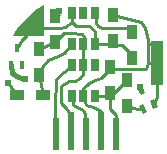
<source format=gbr>
G04 #@! TF.GenerationSoftware,KiCad,Pcbnew,(5.1.2)-1*
G04 #@! TF.CreationDate,2019-06-20T00:50:11-07:00*
G04 #@! TF.ProjectId,SMOL,534d4f4c-2e6b-4696-9361-645f70636258,rev?*
G04 #@! TF.SameCoordinates,Original*
G04 #@! TF.FileFunction,Copper,L1,Top*
G04 #@! TF.FilePolarity,Positive*
%FSLAX46Y46*%
G04 Gerber Fmt 4.6, Leading zero omitted, Abs format (unit mm)*
G04 Created by KiCad (PCBNEW (5.1.2)-1) date 2019-06-20 00:50:11*
%MOMM*%
%LPD*%
G04 APERTURE LIST*
%ADD10C,0.100000*%
%ADD11C,0.304800*%
%ADD12R,0.700000X1.000000*%
%ADD13R,0.900000X1.200000*%
%ADD14R,1.200000X0.900000*%
%ADD15C,0.400000*%
%ADD16R,1.000000X3.810000*%
%ADD17R,0.400000X0.710000*%
%ADD18R,0.508000X2.794000*%
%ADD19R,0.508000X3.302000*%
%ADD20C,0.609600*%
%ADD21C,0.254000*%
%ADD22C,0.406400*%
G04 APERTURE END LIST*
D10*
X96600000Y-96600000D03*
D11*
G36*
X98000000Y-98100000D02*
G01*
X95400000Y-98100000D01*
X95850000Y-97350000D01*
X96500000Y-96600000D01*
X97250000Y-95900000D01*
X98000000Y-95450000D01*
X98000000Y-98100000D01*
X98000000Y-98100000D01*
G37*
D12*
X102307000Y-96176000D03*
X101357000Y-96176000D03*
X100407000Y-96176000D03*
X100407000Y-98776000D03*
X102307000Y-98776000D03*
X101357000Y-98776000D03*
X101357000Y-100524000D03*
X100407000Y-100524000D03*
X102307000Y-100524000D03*
X102307000Y-103124000D03*
X101357000Y-103124000D03*
X100407000Y-103124000D03*
D13*
X103632000Y-100724000D03*
X103632000Y-102924000D03*
X105473500Y-99969500D03*
X105473500Y-97769500D03*
X103897000Y-98522000D03*
X103897000Y-96322000D03*
D14*
X95750000Y-103050000D03*
X97950000Y-103050000D03*
D13*
X98969400Y-98606000D03*
X98969400Y-96406000D03*
X97600000Y-99200001D03*
X97600000Y-101399999D03*
D15*
X106238149Y-102702801D03*
D11*
G36*
X106206917Y-103109064D02*
G01*
X105906858Y-102465585D01*
X106269381Y-102296538D01*
X106569440Y-102940017D01*
X106206917Y-103109064D01*
X106206917Y-103109064D01*
G37*
D15*
X107321004Y-103841890D03*
D11*
G36*
X107289772Y-104248153D02*
G01*
X106989713Y-103604674D01*
X107352236Y-103435627D01*
X107652295Y-104079106D01*
X107289772Y-104248153D01*
X107289772Y-104248153D01*
G37*
D15*
X106414697Y-104264508D03*
D11*
G36*
X106383465Y-104670771D02*
G01*
X106083406Y-104027292D01*
X106445929Y-103858245D01*
X106745988Y-104501724D01*
X106383465Y-104670771D01*
X106383465Y-104670771D01*
G37*
D16*
X107600000Y-100400000D03*
D17*
X95200000Y-100545000D03*
X96200000Y-100545000D03*
X95700000Y-99055000D03*
D18*
X99060000Y-106362500D03*
D19*
X100330000Y-106108500D03*
D18*
X101600000Y-106362500D03*
D19*
X102870000Y-106108500D03*
D18*
X104140000Y-106362500D03*
D13*
X105029000Y-101833501D03*
X105029000Y-104033499D03*
D20*
X99273360Y-96001840D03*
X103897000Y-96322000D03*
X101345357Y-95916099D03*
X94940000Y-102090000D03*
X96400000Y-101750000D03*
X106172000Y-102362000D03*
D21*
X100407000Y-96930000D02*
X100729000Y-97252000D01*
X100407000Y-96176000D02*
X100407000Y-96930000D01*
X102307000Y-98022000D02*
X102307000Y-98776000D01*
X102307000Y-97694000D02*
X102307000Y-98022000D01*
X101865000Y-97252000D02*
X102307000Y-97694000D01*
X100729000Y-97252000D02*
X101865000Y-97252000D01*
X103643000Y-98776000D02*
X103897000Y-98522000D01*
X102307000Y-98776000D02*
X103643000Y-98776000D01*
X95700000Y-99055000D02*
X96200000Y-98400000D01*
X96200000Y-97588099D02*
X96687256Y-96985415D01*
X97300000Y-97400000D02*
X96790593Y-96890593D01*
X99400000Y-97400000D02*
X97300000Y-97400000D01*
X100407000Y-96930000D02*
X99800000Y-97300000D01*
X99800000Y-97300000D02*
X99400000Y-97400000D01*
X96600000Y-97093341D02*
X96687255Y-96985416D01*
X96600000Y-98000000D02*
X96600000Y-97093341D01*
X96200000Y-98400000D02*
X96600000Y-98000000D01*
X105473500Y-99969500D02*
X105473500Y-99695000D01*
X104244500Y-98869500D02*
X103897000Y-98522000D01*
X104648000Y-98869500D02*
X104244500Y-98869500D01*
X105473500Y-99695000D02*
X104648000Y-98869500D01*
X101357000Y-102459000D02*
X101695667Y-102205000D01*
X101674500Y-102205000D02*
X101695667Y-102205000D01*
X101743080Y-102169440D02*
X101674500Y-102205000D01*
X101357000Y-103124000D02*
X101357000Y-102459000D01*
X107600000Y-100400000D02*
X106800000Y-100400000D01*
X105600000Y-96700000D02*
X103897000Y-96322000D01*
X106800000Y-98400000D02*
X106600000Y-97400000D01*
X106600000Y-97400000D02*
X106200000Y-96900000D01*
X106200000Y-96900000D02*
X105600000Y-96700000D01*
X102870000Y-106489500D02*
X102850000Y-104450000D01*
X101550000Y-103900000D02*
X101357000Y-103124000D01*
X102200000Y-104100000D02*
X101550000Y-103900000D01*
X102850000Y-104450000D02*
X102200000Y-104100000D01*
X103886000Y-96311000D02*
X103897000Y-96322000D01*
X101357000Y-96176000D02*
X101357000Y-95927742D01*
X101357000Y-95927742D02*
X101345357Y-95916099D01*
X95750000Y-103050000D02*
X94940000Y-102090000D01*
X99174000Y-96406000D02*
X99298760Y-96281240D01*
X98969400Y-96406000D02*
X99174000Y-96406000D01*
X106800000Y-98732340D02*
X107061000Y-98732340D01*
X106800000Y-98732340D02*
X106800000Y-98400000D01*
X106800000Y-100400000D02*
X106800000Y-98732340D01*
X107600000Y-99271340D02*
X107600000Y-100400000D01*
X107061000Y-98732340D02*
X107600000Y-99271340D01*
X107600000Y-100400000D02*
X107918074Y-100400000D01*
X107600000Y-100400000D02*
X107600000Y-101161100D01*
X106800000Y-100400000D02*
X106700000Y-100900000D01*
X103808000Y-100900000D02*
X103632000Y-100724000D01*
X106700000Y-100900000D02*
X103808000Y-100900000D01*
X103632000Y-100874000D02*
X103632000Y-100724000D01*
X102888000Y-101618000D02*
X103632000Y-100874000D01*
X102373000Y-101824000D02*
X102888000Y-101618000D01*
X101695667Y-102205000D02*
X101865000Y-102078000D01*
X101865000Y-102078000D02*
X102373000Y-101824000D01*
X107600000Y-100400000D02*
X107600000Y-102966000D01*
X107569000Y-103251000D02*
X107600000Y-102966000D01*
X107569000Y-103251000D02*
X107321004Y-103841890D01*
X101357000Y-98776000D02*
X101357000Y-100778000D01*
X98969400Y-98606000D02*
X99750000Y-97810000D01*
X101450000Y-98160000D02*
X101357000Y-98776000D01*
X101240000Y-97870000D02*
X101450000Y-98160000D01*
X100300000Y-97810000D02*
X101240000Y-97870000D01*
X99750000Y-97810000D02*
X100300000Y-97810000D01*
X98969400Y-98606000D02*
X97600000Y-99200001D01*
X100330000Y-106489500D02*
X100350000Y-104850000D01*
X101350000Y-101300000D02*
X101357000Y-100524000D01*
X101100000Y-101650000D02*
X101350000Y-101300000D01*
X100650000Y-101900000D02*
X101100000Y-101650000D01*
X100100000Y-101900000D02*
X100650000Y-101900000D01*
X99500000Y-102300000D02*
X100100000Y-101900000D01*
X99500000Y-103100000D02*
X99500000Y-102300000D01*
X99500000Y-103750000D02*
X99500000Y-103100000D01*
X99600000Y-103950000D02*
X99500000Y-103750000D01*
X99850000Y-104150000D02*
X99600000Y-103950000D01*
X100350000Y-104850000D02*
X99850000Y-104150000D01*
X102307000Y-96176000D02*
X102400000Y-96950000D01*
X102400000Y-96950000D02*
X102625000Y-97250000D01*
X102625000Y-97250000D02*
X102925000Y-97375000D01*
X102925000Y-97375000D02*
X103525000Y-97400000D01*
X103525000Y-97400000D02*
X104648000Y-97400000D01*
X104648000Y-97400000D02*
X104650000Y-97400000D01*
X104648000Y-97400000D02*
X105104000Y-97400000D01*
X105104000Y-97400000D02*
X105473500Y-97769500D01*
D22*
X95200000Y-100545000D02*
X95350000Y-101250000D01*
X95850000Y-101550000D02*
X96400000Y-101750000D01*
X95350000Y-101250000D02*
X95850000Y-101550000D01*
X106238149Y-102702801D02*
X106172000Y-102362000D01*
D21*
X100407000Y-98814000D02*
X100407000Y-98776000D01*
X100407000Y-98776000D02*
X99700000Y-99500000D01*
X98400000Y-100100000D02*
X97900000Y-100600000D01*
X99200000Y-99800000D02*
X98400000Y-100100000D01*
X99700000Y-99500000D02*
X99200000Y-99800000D01*
X97900000Y-100600000D02*
X97600000Y-101399999D01*
X97950000Y-103050000D02*
X97600000Y-101399999D01*
X106414697Y-104264508D02*
X105918000Y-104267000D01*
X105918000Y-104267000D02*
X105029000Y-104033499D01*
X100407000Y-100524000D02*
X99700000Y-101100000D01*
X98950000Y-104100000D02*
X99060000Y-106489500D01*
X99050000Y-101700000D02*
X98950000Y-104100000D01*
X99700000Y-101100000D02*
X99050000Y-101700000D01*
X100407000Y-103124000D02*
X100500000Y-103900000D01*
X101536075Y-104648000D02*
X101536075Y-106306500D01*
X101300000Y-104350000D02*
X101536075Y-104648000D01*
X100500000Y-103900000D02*
X101300000Y-104350000D01*
X103632000Y-102924000D02*
X103632000Y-103164666D01*
X103432000Y-103124000D02*
X103632000Y-102924000D01*
X102307000Y-103124000D02*
X103432000Y-103124000D01*
X103632000Y-102924000D02*
X103632000Y-104267000D01*
X104140000Y-104775000D02*
X104140000Y-106108500D01*
X103632000Y-104267000D02*
X104140000Y-104775000D01*
X103938501Y-102924000D02*
X105029000Y-101833501D01*
X103632000Y-102924000D02*
X103938501Y-102924000D01*
M02*

</source>
